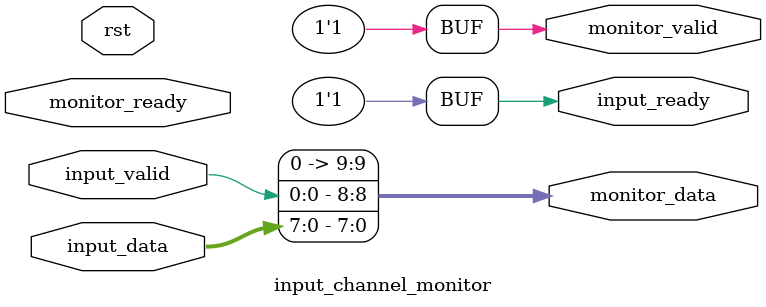
<source format=v>

module input_channel_monitor(
  input wire        rst,

  output wire       input_ready,
  input wire        input_valid,
  input wire [7:0]  input_data,

  input wire        monitor_ready,
  output wire       monitor_valid,
  output wire [9:0] monitor_data
);
  assign input_ready = 1'h1;
  assign monitor_valid = 1'h1;
  assign monitor_data = {input_valid, input_data};
endmodule

</source>
